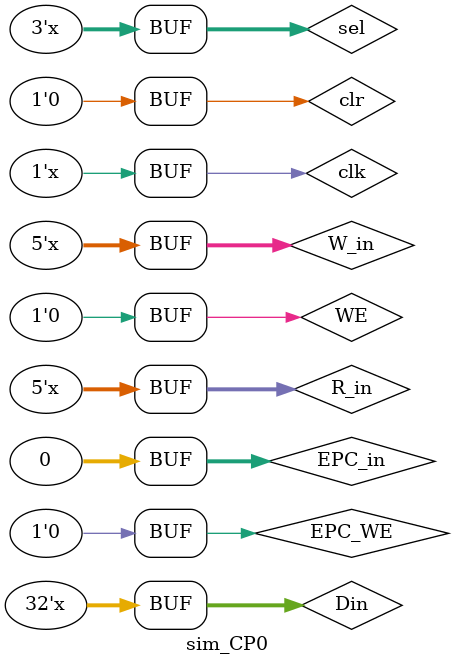
<source format=v>
`timescale 1ns / 1ps


module sim_CP0();
	
	reg [4:0] R_in,W_in;
	reg [31:0] Din,EPC_in;
	reg EPC_WE,WE,clk,clr;
	reg [2:0] sel;
	
	wire [31:0] R_out,EPC_out;
	
	initial begin
		R_in=0;W_in=0;Din=0;EPC_in=0;WE=0;EPC_WE=0;sel=0;clk=0;clr=0;
		#5;
		WE = 1;
		#2555;
		WE = 0;
	end
	
	always begin
		#5;clk = ~ clk;
	end
	
	always begin
		#10;
		Din = Din + 1;
		sel = sel + 1;
	end
	
	always begin
		#80;
		W_in = W_in + 1;
		R_in = R_in + 1;
	end
	
	
	CP0 CP0(R_in,W_in,Din,EPC_in,WE,EPC_WE,sel,clk,clr,R_out,EPC_out);
endmodule

</source>
